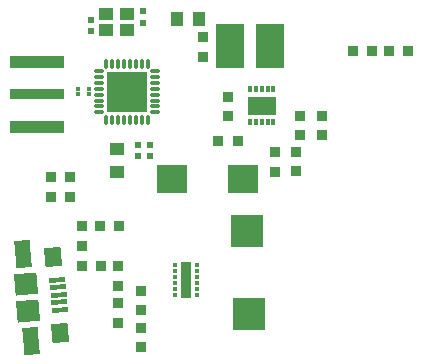
<source format=gtp>
G04 Layer_Color=8421504*
%FSLAX25Y25*%
%MOIN*%
G70*
G01*
G75*
%ADD10R,0.04724X0.04488*%
%ADD11R,0.03347X0.03799*%
%ADD12R,0.10039X0.09646*%
%ADD13R,0.11024X0.11024*%
%ADD14R,0.04724X0.03937*%
%ADD16R,0.09449X0.14567*%
%ADD17R,0.02362X0.01968*%
%ADD18R,0.03799X0.03347*%
%ADD19R,0.04488X0.04724*%
G04:AMPARAMS|DCode=20|XSize=62.99mil|YSize=55.12mil|CornerRadius=0mil|HoleSize=0mil|Usage=FLASHONLY|Rotation=275.000|XOffset=0mil|YOffset=0mil|HoleType=Round|Shape=Rectangle|*
%AMROTATEDRECTD20*
4,1,4,-0.03020,0.02897,0.02471,0.03378,0.03020,-0.02897,-0.02471,-0.03378,-0.03020,0.02897,0.0*
%
%ADD20ROTATEDRECTD20*%

G04:AMPARAMS|DCode=21|XSize=90.55mil|YSize=51.18mil|CornerRadius=0mil|HoleSize=0mil|Usage=FLASHONLY|Rotation=275.000|XOffset=0mil|YOffset=0mil|HoleType=Round|Shape=Rectangle|*
%AMROTATEDRECTD21*
4,1,4,-0.02944,0.04287,0.02155,0.04733,0.02944,-0.04287,-0.02155,-0.04733,-0.02944,0.04287,0.0*
%
%ADD21ROTATEDRECTD21*%

G04:AMPARAMS|DCode=22|XSize=15.75mil|YSize=53.15mil|CornerRadius=0mil|HoleSize=0mil|Usage=FLASHONLY|Rotation=275.000|XOffset=0mil|YOffset=0mil|HoleType=Round|Shape=Rectangle|*
%AMROTATEDRECTD22*
4,1,4,-0.02716,0.00553,0.02579,0.01016,0.02716,-0.00553,-0.02579,-0.01016,-0.02716,0.00553,0.0*
%
%ADD22ROTATEDRECTD22*%

G04:AMPARAMS|DCode=23|XSize=70.87mil|YSize=74.8mil|CornerRadius=0mil|HoleSize=0mil|Usage=FLASHONLY|Rotation=275.000|XOffset=0mil|YOffset=0mil|HoleType=Round|Shape=Rectangle|*
%AMROTATEDRECTD23*
4,1,4,-0.04035,0.03204,0.03417,0.03856,0.04035,-0.03204,-0.03417,-0.03856,-0.04035,0.03204,0.0*
%
%ADD23ROTATEDRECTD23*%

%ADD24R,0.02165X0.02165*%
%ADD25R,0.01181X0.01968*%
%ADD26R,0.09449X0.06299*%
%ADD27R,0.01772X0.01181*%
%ADD28R,0.03740X0.12205*%
%ADD29R,0.17953X0.03937*%
%ADD30R,0.17953X0.03228*%
%ADD31R,0.13583X0.13583*%
%ADD32O,0.01181X0.03543*%
%ADD33O,0.03543X0.01181*%
%ADD54C,0.01654*%
D10*
X38800Y14740D02*
D03*
Y22260D02*
D03*
D11*
X107400Y26852D02*
D03*
Y33348D02*
D03*
X46828Y-24952D02*
D03*
Y-31448D02*
D03*
X91700Y14652D02*
D03*
Y21148D02*
D03*
X100100Y26852D02*
D03*
Y33348D02*
D03*
X98700Y14852D02*
D03*
Y21348D02*
D03*
X39200Y-35648D02*
D03*
Y-29152D02*
D03*
X47000Y-43748D02*
D03*
Y-37252D02*
D03*
X39200Y-23248D02*
D03*
Y-16752D02*
D03*
X27400Y-9948D02*
D03*
Y-3452D02*
D03*
X17000Y6452D02*
D03*
Y12948D02*
D03*
X23200Y6452D02*
D03*
Y12948D02*
D03*
X75900Y33252D02*
D03*
Y39748D02*
D03*
X67700Y53052D02*
D03*
Y59548D02*
D03*
D12*
X57191Y12300D02*
D03*
X81010D02*
D03*
D13*
X82300Y-5000D02*
D03*
X82900Y-32700D02*
D03*
D14*
X42387Y67218D02*
D03*
Y62100D02*
D03*
X35300Y67218D02*
D03*
Y62100D02*
D03*
D16*
X90091Y56800D02*
D03*
X76509D02*
D03*
D17*
X49968Y23600D02*
D03*
X46031D02*
D03*
X49968Y20000D02*
D03*
X46031D02*
D03*
D18*
X117552Y54900D02*
D03*
X124048D02*
D03*
X129552Y55100D02*
D03*
X136048D02*
D03*
X27152Y-16600D02*
D03*
X33648D02*
D03*
X72752Y24900D02*
D03*
X79248D02*
D03*
X33252Y-3200D02*
D03*
X39748D02*
D03*
D19*
X58840Y65600D02*
D03*
X66360D02*
D03*
D20*
X17598Y-13811D02*
D03*
X19794Y-38912D02*
D03*
D21*
X10160Y-41731D02*
D03*
X7621Y-12708D02*
D03*
D22*
X19034Y-21194D02*
D03*
X19257Y-23744D02*
D03*
X19480Y-26293D02*
D03*
X19703Y-28842D02*
D03*
X19926Y-31392D02*
D03*
D23*
X9285Y-31730D02*
D03*
X8496Y-22709D02*
D03*
D24*
X30400Y65470D02*
D03*
Y61730D02*
D03*
X47600Y64430D02*
D03*
Y68170D02*
D03*
D25*
X91100Y31276D02*
D03*
X89131D02*
D03*
X87163D02*
D03*
X85194D02*
D03*
X83226D02*
D03*
Y42300D02*
D03*
X85194D02*
D03*
X87163D02*
D03*
X89131D02*
D03*
X91100D02*
D03*
D26*
X87163Y36788D02*
D03*
D27*
X65500Y-26200D02*
D03*
Y-24231D02*
D03*
Y-22263D02*
D03*
Y-20294D02*
D03*
Y-18326D02*
D03*
Y-16357D02*
D03*
X58413D02*
D03*
Y-18326D02*
D03*
Y-20294D02*
D03*
Y-22263D02*
D03*
Y-24231D02*
D03*
Y-26200D02*
D03*
D28*
X61957Y-21279D02*
D03*
D29*
X12300Y29550D02*
D03*
Y51400D02*
D03*
D30*
Y40475D02*
D03*
D31*
X42246Y41400D02*
D03*
D32*
X49135Y32050D02*
D03*
X47167D02*
D03*
X45198D02*
D03*
X43230D02*
D03*
X41261D02*
D03*
X39293D02*
D03*
X37324D02*
D03*
X35356D02*
D03*
Y50750D02*
D03*
X37324D02*
D03*
X39293D02*
D03*
X41261D02*
D03*
X43230D02*
D03*
X45198D02*
D03*
X47167D02*
D03*
X49135D02*
D03*
D33*
X32895Y34510D02*
D03*
Y36479D02*
D03*
Y38447D02*
D03*
Y40416D02*
D03*
Y42384D02*
D03*
Y44353D02*
D03*
Y46321D02*
D03*
Y48290D02*
D03*
X51596D02*
D03*
Y46321D02*
D03*
Y44353D02*
D03*
Y42384D02*
D03*
Y40416D02*
D03*
Y38447D02*
D03*
Y36479D02*
D03*
Y34510D02*
D03*
D54*
X25809Y42200D02*
D03*
Y40625D02*
D03*
X29746D02*
D03*
Y42200D02*
D03*
M02*

</source>
